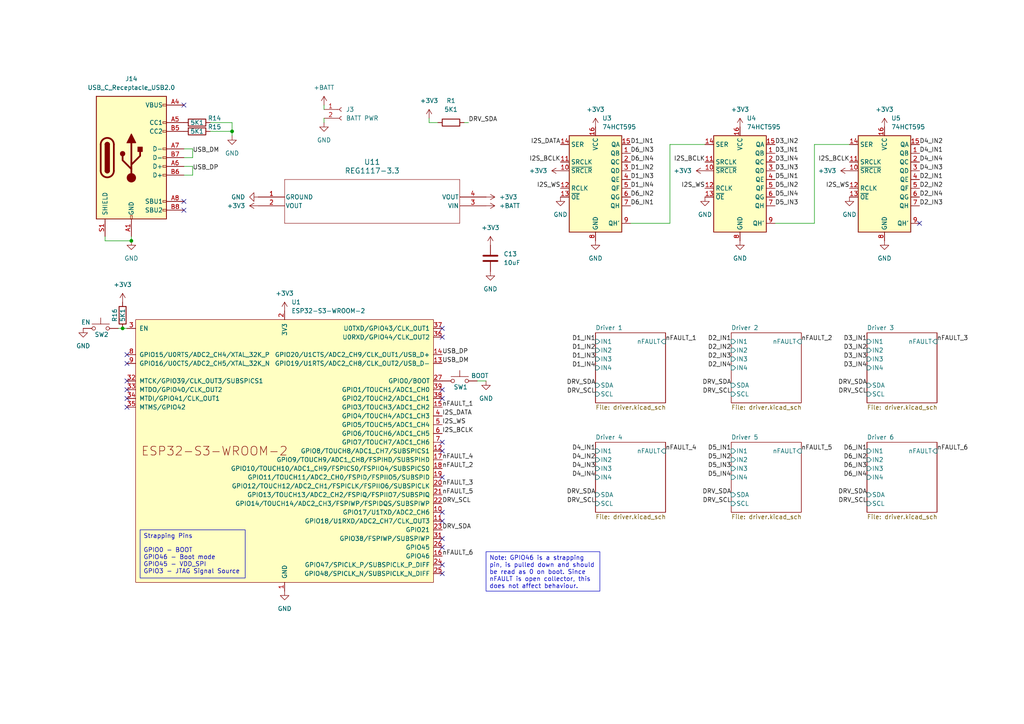
<source format=kicad_sch>
(kicad_sch (version 20231120) (generator "eeschema") (generator_version "7.99")
  (paper "A4")
  (title_block (title "HapticDriver") (rev "v0.1"))
  (lib_symbols
    (symbol "74xx:74HCT595"
      (property "Reference" "U" (at -7.62 13.97 0))
      (property "Value" "74HCT595" (at -7.62 -16.51 0))
      (symbol "74HCT595_1_0"
        (pin tri_state line (at 10.16 7.62 180) (length 2.54) (name "QB") (number "1"))
        (pin input line (at -10.16 2.54 0) (length 2.54) (name "~{SRCLR}") (number "10"))
        (pin input line (at -10.16 5.08 0) (length 2.54) (name "SRCLK") (number "11"))
        (pin input line (at -10.16 -2.54 0) (length 2.54) (name "RCLK") (number "12"))
        (pin input line (at -10.16 -5.08 0) (length 2.54) (name "~{OE}") (number "13"))
        (pin input line (at -10.16 10.16 0) (length 2.54) (name "SER") (number "14"))
        (pin tri_state line (at 10.16 10.16 180) (length 2.54) (name "QA") (number "15"))
        (pin power_in line (at 0 15.24 270) (length 2.54) (name "VCC") (number "16"))
        (pin tri_state line (at 10.16 5.08 180) (length 2.54) (name "QC") (number "2"))
        (pin tri_state line (at 10.16 2.54 180) (length 2.54) (name "QD") (number "3"))
        (pin tri_state line (at 10.16 0 180) (length 2.54) (name "QE") (number "4"))
        (pin tri_state line (at 10.16 -2.54 180) (length 2.54) (name "QF") (number "5"))
        (pin tri_state line (at 10.16 -5.08 180) (length 2.54) (name "QG") (number "6"))
        (pin tri_state line (at 10.16 -7.62 180) (length 2.54) (name "QH") (number "7"))
        (pin power_in line (at 0 -17.78 90) (length 2.54) (name "GND") (number "8"))
        (pin output line (at 10.16 -12.7 180) (length 2.54) (name "QH'") (number "9"))
      )
      (symbol "74HCT595_1_1"
        (rectangle (start -7.62 12.7) (end 7.62 -15.24) (stroke (width 0.254)) (fill (type background)))
      )
    )
    (symbol "Connector:Conn_01x02_Socket" (pin_names (offset 1.016) hide)
      (property "Reference" "J" (at 0 2.54 0))
      (property "Value" "Conn_01x02_Socket" (at 0 -5.08 0))
      (symbol "Conn_01x02_Socket_1_1"
        (arc (start 0 -2.032) (mid -0.5058 -2.54) (end 0 -3.048) (stroke (width 0.1524)))
        (polyline (pts (xy -1.27 -2.54) (xy -0.508 -2.54)) (stroke (width 0.1524)))
        (polyline (pts (xy -1.27 0) (xy -0.508 0)) (stroke (width 0.1524)))
        (arc (start 0 0.508) (mid -0.5058 0) (end 0 -0.508) (stroke (width 0.1524)))
        (pin passive line (at -5.08 0 0) (length 3.81) (name "Pin_1") (number "1"))
        (pin passive line (at -5.08 -2.54 0) (length 3.81) (name "Pin_2") (number "2"))
      )
    )
    (symbol "Connector:USB_C_Receptacle_USB2.0" (pin_names (offset 1.016))
      (property "Reference" "J" (at -10.16 19.05 0))
      (property "Value" "USB_C_Receptacle_USB2.0" (at 19.05 19.05 0))
      (symbol "USB_C_Receptacle_USB2.0_0_0"
        (rectangle (start -0.254 -17.78) (end 0.254 -16.764))
        (rectangle (start 10.16 -14.986) (end 9.144 -15.494))
        (rectangle (start 10.16 -12.446) (end 9.144 -12.954))
        (rectangle (start 10.16 -4.826) (end 9.144 -5.334))
        (rectangle (start 10.16 -2.286) (end 9.144 -2.794))
        (rectangle (start 10.16 0.254) (end 9.144 -0.254))
        (rectangle (start 10.16 2.794) (end 9.144 2.286))
        (rectangle (start 10.16 7.874) (end 9.144 7.366))
        (rectangle (start 10.16 10.414) (end 9.144 9.906))
        (rectangle (start 10.16 15.494) (end 9.144 14.986))
      )
      (symbol "USB_C_Receptacle_USB2.0_0_1"
        (rectangle (start -10.16 17.78) (end 10.16 -17.78) (stroke (width 0.254)) (fill (type background)))
        (arc (start -8.89 -3.81) (mid -6.985 -5.7067) (end -5.08 -3.81) (stroke (width 0.508)))
        (arc (start -7.62 -3.81) (mid -6.985 -4.4423) (end -6.35 -3.81) (stroke (width 0.254)))
        (arc (start -7.62 -3.81) (mid -6.985 -4.4423) (end -6.35 -3.81) (stroke (width 0.254)) (fill (type outline)))
        (rectangle (start -7.62 -3.81) (end -6.35 3.81) (stroke (width 0.254)) (fill (type outline)))
        (arc (start -6.35 3.81) (mid -6.985 4.4423) (end -7.62 3.81) (stroke (width 0.254)))
        (arc (start -6.35 3.81) (mid -6.985 4.4423) (end -7.62 3.81) (stroke (width 0.254)) (fill (type outline)))
        (arc (start -5.08 3.81) (mid -6.985 5.7067) (end -8.89 3.81) (stroke (width 0.508)))
        (circle (center -2.54 1.143) (radius 0.635) (stroke (width 0.254)) (fill (type outline)))
        (circle (center 0 -5.842) (radius 1.27) (fill (type outline)))
        (polyline (pts (xy -8.89 -3.81) (xy -8.89 3.81)) (stroke (width 0.508)))
        (polyline (pts (xy -5.08 3.81) (xy -5.08 -3.81)) (stroke (width 0.508)))
        (polyline (pts (xy 0 -5.842) (xy 0 4.318)) (stroke (width 0.508)))
        (polyline (pts (xy 0 -3.302) (xy -2.54 -0.762) (xy -2.54 0.508)) (stroke (width 0.508)))
        (polyline (pts (xy 0 -2.032) (xy 2.54 0.508) (xy 2.54 1.778)) (stroke (width 0.508)))
        (polyline (pts (xy -1.27 4.318) (xy 0 6.858) (xy 1.27 4.318) (xy -1.27 4.318)) (stroke (width 0.254)) (fill (type outline)))
        (rectangle (start 1.905 1.778) (end 3.175 3.048) (stroke (width 0.254)) (fill (type outline)))
      )
      (symbol "USB_C_Receptacle_USB2.0_1_1"
        (pin passive line (at 0 -22.86 90) (length 5.08) (name "GND") (number "A1"))
        (pin passive line (at 0 -22.86 90) (length 5.08) hide (name "GND") (number "A12"))
        (pin passive line (at 15.24 15.24 180) (length 5.08) (name "VBUS") (number "A4"))
        (pin bidirectional line (at 15.24 10.16 180) (length 5.08) (name "CC1") (number "A5"))
        (pin bidirectional line (at 15.24 -2.54 180) (length 5.08) (name "D+") (number "A6"))
        (pin bidirectional line (at 15.24 2.54 180) (length 5.08) (name "D-") (number "A7"))
        (pin bidirectional line (at 15.24 -12.7 180) (length 5.08) (name "SBU1") (number "A8"))
        (pin passive line (at 15.24 15.24 180) (length 5.08) hide (name "VBUS") (number "A9"))
        (pin passive line (at 0 -22.86 90) (length 5.08) hide (name "GND") (number "B1"))
        (pin passive line (at 0 -22.86 90) (length 5.08) hide (name "GND") (number "B12"))
        (pin passive line (at 15.24 15.24 180) (length 5.08) hide (name "VBUS") (number "B4"))
        (pin bidirectional line (at 15.24 7.62 180) (length 5.08) (name "CC2") (number "B5"))
        (pin bidirectional line (at 15.24 -5.08 180) (length 5.08) (name "D+") (number "B6"))
        (pin bidirectional line (at 15.24 0 180) (length 5.08) (name "D-") (number "B7"))
        (pin bidirectional line (at 15.24 -15.24 180) (length 5.08) (name "SBU2") (number "B8"))
        (pin passive line (at 15.24 15.24 180) (length 5.08) hide (name "VBUS") (number "B9"))
        (pin passive line (at -7.62 -22.86 90) (length 5.08) (name "SHIELD") (number "S1"))
      )
    )
    (symbol "Device:C" (pin_numbers hide) (pin_names (offset 0.254))
      (property "Reference" "C" (at 0.635 2.54 0))
      (property "Value" "C" (at 0.635 -2.54 0))
      (symbol "C_0_1"
        (polyline (pts (xy -2.032 -0.762) (xy 2.032 -0.762)) (stroke (width 0.508)))
        (polyline (pts (xy -2.032 0.762) (xy 2.032 0.762)) (stroke (width 0.508)))
      )
      (symbol "C_1_1"
        (pin passive line (at 0 3.81 270) (length 2.794) (name "~") (number "1"))
        (pin passive line (at 0 -3.81 90) (length 2.794) (name "~") (number "2"))
      )
    )
    (symbol "Device:R" (pin_numbers hide) (pin_names (offset 0))
      (property "Reference" "R" (at 2.032 0 90))
      (property "Value" "R" (at 0 0 90))
      (symbol "R_0_1"
        (rectangle (start -1.016 -2.54) (end 1.016 2.54) (stroke (width 0.254)))
      )
      (symbol "R_1_1"
        (pin passive line (at 0 3.81 270) (length 1.27) (name "~") (number "1"))
        (pin passive line (at 0 -3.81 90) (length 1.27) (name "~") (number "2"))
      )
    )
    (symbol "PCM_Espressif:ESP32-S3-WROOM-2" (pin_names (offset 1.016))
      (property "Reference" "U" (at -43.18 43.18 0))
      (property "Value" "ESP32-S3-WROOM-2" (at -43.18 40.64 0))
      (symbol "ESP32-S3-WROOM-2_0_0"
        (text "ESP32-S3-WROOM-2" (at -20.32 0 0) (effects (font (size 2.54 2.54))))
        (pin power_in line (at 0 -40.64 90) (length 2.54) (name "GND") (number "1"))
        (pin bidirectional line (at 45.72 -17.78 180) (length 2.54) (name "GPIO17/U1TXD/ADC2_CH6") (number "10"))
        (pin bidirectional line (at 45.72 -20.32 180) (length 2.54) (name "GPIO18/U1RXD/ADC2_CH7/CLK_OUT3") (number "11"))
        (pin bidirectional line (at 45.72 0 180) (length 2.54) (name "GPIO8/TOUCH8/ADC1_CH7/SUBSPICS1") (number "12"))
        (pin bidirectional line (at 45.72 25.4 180) (length 2.54) (name "GPIO19/U1RTS/ADC2_CH8/CLK_OUT2/USB_D-") (number "13"))
        (pin bidirectional line (at 45.72 27.94 180) (length 2.54) (name "GPIO20/U1CTS/ADC2_CH9/CLK_OUT1/USB_D+") (number "14"))
        (pin bidirectional line (at 45.72 12.7 180) (length 2.54) (name "GPIO3/TOUCH3/ADC1_CH2") (number "15"))
        (pin bidirectional line (at 45.72 -30.48 180) (length 2.54) (name "GPIO46") (number "16"))
        (pin bidirectional line (at 45.72 -2.54 180) (length 2.54) (name "GPIO9/TOUCH9/ADC1_CH8/FSPIHD/SUBSPIHD") (number "17"))
        (pin bidirectional line (at 45.72 -5.08 180) (length 2.54) (name "GPIO10/TOUCH10/ADC1_CH9/FSPICS0/FSPIIO4/SUBSPICS0") (number "18"))
        (pin bidirectional line (at 45.72 -7.62 180) (length 2.54) (name "GPIO11/TOUCH11/ADC2_CH0/FSPID/FSPIIO5/SUBSPID") (number "19"))
        (pin power_in line (at 0 40.64 270) (length 2.54) (name "3V3") (number "2"))
        (pin bidirectional line (at 45.72 -10.16 180) (length 2.54) (name "GPIO12/TOUCH12/ADC2_CH1/FSPICLK/FSPIIO6/SUBSPICLK") (number "20"))
        (pin bidirectional line (at 45.72 -12.7 180) (length 2.54) (name "GPIO13/TOUCH13/ADC2_CH2/FSPIQ/FSPIIO7/SUBSPIQ") (number "21"))
        (pin bidirectional line (at 45.72 -15.24 180) (length 2.54) (name "GPIO14/TOUCH14/ADC2_CH3/FSPIWP/FSPIDQS/SUBSPIWP") (number "22"))
        (pin bidirectional line (at 45.72 -22.86 180) (length 2.54) (name "GPIO21") (number "23"))
        (pin bidirectional line (at 45.72 -33.02 180) (length 2.54) (name "GPIO47/SPICLK_P/SUBSPICLK_P_DIFF") (number "24"))
        (pin bidirectional line (at 45.72 -35.56 180) (length 2.54) (name "GPIO48/SPICLK_N/SUBSPICLK_N_DIFF") (number "25"))
        (pin bidirectional line (at 45.72 -27.94 180) (length 2.54) (name "GPIO45") (number "26"))
        (pin bidirectional line (at 45.72 20.32 180) (length 2.54) (name "GPIO0/BOOT") (number "27"))
        (pin no_connect line (at -43.18 -35.56 0) (length 2.54) hide (name "NC") (number "28"))
        (pin no_connect line (at -43.18 -33.02 0) (length 2.54) hide (name "NC") (number "29"))
        (pin input line (at -45.72 35.56 0) (length 2.54) (name "EN") (number "3"))
        (pin no_connect line (at -43.18 -30.48 0) (length 2.54) hide (name "NC") (number "30"))
        (pin bidirectional line (at 45.72 -25.4 180) (length 2.54) (name "GPIO38/FSPIWP/SUBSPIWP") (number "31"))
        (pin bidirectional line (at -45.72 20.32 0) (length 2.54) (name "MTCK/GPIO39/CLK_OUT3/SUBSPICS1") (number "32"))
        (pin bidirectional line (at -45.72 17.78 0) (length 2.54) (name "MTDO/GPIO40/CLK_OUT2") (number "33"))
        (pin bidirectional line (at -45.72 15.24 0) (length 2.54) (name "MTDI/GPIO41/CLK_OUT1") (number "34"))
        (pin bidirectional line (at -45.72 12.7 0) (length 2.54) (name "MTMS/GPIO42") (number "35"))
        (pin bidirectional line (at 45.72 33.02 180) (length 2.54) (name "U0RXD/GPIO44/CLK_OUT2") (number "36"))
        (pin bidirectional line (at 45.72 35.56 180) (length 2.54) (name "U0TXD/GPIO43/CLK_OUT1") (number "37"))
        (pin bidirectional line (at 45.72 15.24 180) (length 2.54) (name "GPIO2/TOUCH2/ADC1_CH1") (number "38"))
        (pin bidirectional line (at 45.72 17.78 180) (length 2.54) (name "GPIO1/TOUCH1/ADC1_CH0") (number "39"))
        (pin bidirectional line (at 45.72 10.16 180) (length 2.54) (name "GPIO4/TOUCH4/ADC1_CH3") (number "4"))
        (pin passive line (at 0 -40.64 90) (length 2.54) hide (name "GND") (number "40"))
        (pin passive line (at 0 -40.64 90) (length 2.54) hide (name "GND") (number "41"))
        (pin bidirectional line (at 45.72 7.62 180) (length 2.54) (name "GPIO5/TOUCH5/ADC1_CH4") (number "5"))
        (pin bidirectional line (at 45.72 5.08 180) (length 2.54) (name "GPIO6/TOUCH6/ADC1_CH5") (number "6"))
        (pin bidirectional line (at 45.72 2.54 180) (length 2.54) (name "GPIO7/TOUCH7/ADC1_CH6") (number "7"))
        (pin bidirectional line (at -45.72 27.94 0) (length 2.54) (name "GPIO15/U0RTS/ADC2_CH4/XTAL_32K_P") (number "8"))
        (pin bidirectional line (at -45.72 25.4 0) (length 2.54) (name "GPIO16/U0CTS/ADC2_CH5/XTAL_32K_N") (number "9"))
      )
      (symbol "ESP32-S3-WROOM-2_0_1"
        (rectangle (start -43.18 38.1) (end 43.18 -38.1) (fill (type background)))
      )
    )
    (symbol "Regulator_Ti:REG1117-3.3" (pin_names (offset 0.254))
      (property "Reference" "U" (at 33.02 10.16 0))
      (property "Value" "REG1117-3.3" (at 33.02 7.62 0))
      (symbol "REG1117-3.3_0_1"
        (polyline (pts (xy 7.62 -7.62) (xy 58.42 -7.62)) (stroke (width 0.127)))
        (polyline (pts (xy 7.62 5.08) (xy 7.62 -7.62)) (stroke (width 0.127)))
        (polyline (pts (xy 58.42 -7.62) (xy 58.42 5.08)) (stroke (width 0.127)))
        (polyline (pts (xy 58.42 5.08) (xy 7.62 5.08)) (stroke (width 0.127)))
        (pin power_in line (at 0 0 0) (length 7.62) (name "GROUND") (number "1"))
        (pin output line (at 0 -2.54 0) (length 7.62) (name "VOUT") (number "2"))
        (pin input line (at 66.04 -2.54 180) (length 7.62) (name "VIN") (number "3"))
        (pin output line (at 66.04 0 180) (length 7.62) (name "VOUT") (number "4"))
      )
    )
    (symbol "Switch:SW_Omron_B3FS" (pin_numbers hide) (pin_names (offset 1.016) hide)
      (property "Reference" "SW" (at 1.27 2.54 0))
      (property "Value" "SW_Omron_B3FS" (at 0 -1.524 0))
      (symbol "SW_Omron_B3FS_0_1"
        (circle (center -2.032 0) (radius 0.508))
        (polyline (pts (xy 0 1.27) (xy 0 3.048)))
        (polyline (pts (xy 2.54 1.27) (xy -2.54 1.27)))
        (circle (center 2.032 0) (radius 0.508))
        (pin passive line (at -5.08 0 0) (length 2.54) (name "1") (number "1"))
        (pin passive line (at 5.08 0 180) (length 2.54) (name "2") (number "2"))
      )
    )
    (symbol "power:+3V3" (power) (pin_names (offset 0))
      (property "Value" "+3V3" (at 0 3.556 0))
      (symbol "+3V3_0_1"
        (polyline (pts (xy -0.762 1.27) (xy 0 2.54)))
        (polyline (pts (xy 0 0) (xy 0 2.54)))
        (polyline (pts (xy 0 2.54) (xy 0.762 1.27)))
      )
      (symbol "+3V3_1_1"
        (pin power_in line (at 0 0 90) (length 0) hide (name "+3V3") (number "1"))
      )
    )
    (symbol "power:+BATT" (power) (pin_names (offset 0))
      (property "Value" "+BATT" (at 0 3.556 0))
      (symbol "+BATT_0_1"
        (polyline (pts (xy -0.762 1.27) (xy 0 2.54)))
        (polyline (pts (xy 0 0) (xy 0 2.54)))
        (polyline (pts (xy 0 2.54) (xy 0.762 1.27)))
      )
      (symbol "+BATT_1_1"
        (pin power_in line (at 0 0 90) (length 0) hide (name "+BATT") (number "1"))
      )
    )
    (symbol "power:GND" (power) (pin_names (offset 0))
      (property "Value" "GND" (at 0 -3.81 0))
      (symbol "GND_0_1"
        (polyline (pts (xy 0 0) (xy 0 -1.27) (xy 1.27 -1.27) (xy 0 -2.54) (xy -1.27 -1.27) (xy 0 -1.27)))
      )
      (symbol "GND_1_1"
        (pin power_in line (at 0 0 270) (length 0) hide (name "GND") (number "1"))
      )
    )
  )
  (junction (at 67.31 38.1))
  (junction (at 38.1 69.85))
  (junction (at 35.56 95.25))
  (no_connect (at 128.27 97.79))
  (no_connect (at 128.27 113.03))
  (no_connect (at 128.27 130.81))
  (no_connect (at 128.27 95.25))
  (no_connect (at 128.27 115.57))
  (no_connect (at 53.34 58.42))
  (no_connect (at 36.83 105.41))
  (no_connect (at 128.27 148.59))
  (no_connect (at 128.27 163.83))
  (no_connect (at 36.83 113.03))
  (no_connect (at 53.34 60.96))
  (no_connect (at 128.27 166.37))
  (no_connect (at 128.27 138.43))
  (no_connect (at 53.34 30.48))
  (no_connect (at 36.83 118.11))
  (no_connect (at 128.27 158.75))
  (no_connect (at 36.83 115.57))
  (no_connect (at 128.27 156.21))
  (no_connect (at 36.83 102.87))
  (no_connect (at 128.27 151.13))
  (no_connect (at 128.27 128.27))
  (no_connect (at 36.83 110.49))
  (no_connect (at 266.7 64.77))
  (wire (pts (xy 194.31 64.77) (xy 194.31 41.91)))
  (wire (pts (xy 224.79 64.77) (xy 236.22 64.77)))
  (wire (pts (xy 35.56 95.25) (xy 36.83 95.25)))
  (wire (pts (xy 30.48 69.85) (xy 30.48 68.58)))
  (wire (pts (xy 93.98 34.29) (xy 93.98 35.56)))
  (wire (pts (xy 60.96 38.1) (xy 67.31 38.1)))
  (wire (pts (xy 53.34 48.26) (xy 55.88 48.26)))
  (wire (pts (xy 93.98 30.48) (xy 93.98 31.75)))
  (wire (pts (xy 124.46 35.56) (xy 124.46 34.29)))
  (wire (pts (xy 236.22 41.91) (xy 236.22 64.77)))
  (wire (pts (xy 38.1 69.85) (xy 38.1 68.58)))
  (wire (pts (xy 60.96 35.56) (xy 67.31 35.56)))
  (wire (pts (xy 55.88 48.26) (xy 55.88 50.8)))
  (wire (pts (xy 246.38 41.91) (xy 236.22 41.91)))
  (wire (pts (xy 135.89 35.56) (xy 134.62 35.56)))
  (wire (pts (xy 67.31 35.56) (xy 67.31 38.1)))
  (wire (pts (xy 30.48 69.85) (xy 38.1 69.85)))
  (wire (pts (xy 53.34 50.8) (xy 55.88 50.8)))
  (wire (pts (xy 53.34 45.72) (xy 55.88 45.72)))
  (wire (pts (xy 182.88 64.77) (xy 194.31 64.77)))
  (wire (pts (xy 34.29 95.25) (xy 35.56 95.25)))
  (wire (pts (xy 127 35.56) (xy 124.46 35.56)))
  (wire (pts (xy 140.97 110.49) (xy 138.43 110.49)))
  (wire (pts (xy 67.31 38.1) (xy 67.31 39.37)))
  (wire (pts (xy 55.88 43.18) (xy 55.88 45.72)))
  (wire (pts (xy 53.34 43.18) (xy 55.88 43.18)))
  (wire (pts (xy 194.31 41.91) (xy 204.47 41.91)))
  (text_box "Note: GPIO46 is a strapping pin, is pulled down and should be read as 0 on boot. Since nFAULT is open collector, this does not affect behaviour." (at 140.97 160.02 0) (size 33.02 11.43) (effects (font (size 1.27 1.27)) (justify left top)))
  (text_box "Strapping Pins\n\nGPIO0 - BOOT\nGPIO46 - Boot mode\nGPIO45 - VDD_SPI\nGPIO3 - JTAG Signal Source" (at 40.64 153.67 0) (size 30.48 13.97) (effects (font (size 1.27 1.27)) (justify left top)))
  (label "D3_IN2" (at 224.79 41.91 0))
  (label "D6_IN3" (at 251.46 135.89 180))
  (label "D4_IN3" (at 172.72 135.89 180))
  (label "DRV_SDA" (at 135.89 35.56 0))
  (label "D5_IN1" (at 224.79 52.07 0))
  (label "D2_IN2" (at 212.09 101.6 180))
  (label "DRV_SDA" (at 251.46 111.76 180))
  (label "D6_IN1" (at 182.88 59.69 0))
  (label "DRV_SDA" (at 212.09 111.76 180))
  (label "I2S_DATA" (at 162.56 41.91 180))
  (label "D1_IN2" (at 182.88 49.53 0))
  (label "D6_IN4" (at 182.88 46.99 0))
  (label "DRV_SDA" (at 251.46 143.51 180))
  (label "USB_DM" (at 128.27 105.41 0))
  (label "D3_IN3" (at 251.46 104.14 180))
  (label "I2S_WS" (at 204.47 54.61 180))
  (label "D6_IN2" (at 182.88 57.15 0))
  (label "D5_IN4" (at 224.79 57.15 0))
  (label "D1_IN3" (at 182.88 52.07 0))
  (label "DRV_SDA" (at 172.72 143.51 180))
  (label "D2_IN2" (at 266.7 54.61 0))
  (label "D3_IN1" (at 251.46 99.06 180))
  (label "D3_IN3" (at 224.79 49.53 0))
  (label "D3_IN4" (at 251.46 106.68 180))
  (label "D4_IN1" (at 266.7 44.45 0))
  (label "DRV_SCL" (at 128.27 146.05 0))
  (label "nFAULT_1" (at 128.27 118.11 0))
  (label "DRV_SCL" (at 212.09 146.05 180))
  (label "I2S_WS" (at 246.38 54.61 180))
  (label "USB_DP" (at 128.27 102.87 0))
  (label "D2_IN4" (at 266.7 57.15 0))
  (label "DRV_SCL" (at 251.46 114.3 180))
  (label "DRV_SDA" (at 212.09 143.51 180))
  (label "D2_IN3" (at 266.7 59.69 0))
  (label "I2S_BCLK" (at 162.56 46.99 180))
  (label "D4_IN2" (at 266.7 41.91 0))
  (label "D3_IN2" (at 251.46 101.6 180))
  (label "nFAULT_3" (at 271.78 99.06 0))
  (label "D2_IN1" (at 266.7 52.07 0))
  (label "nFAULT_5" (at 128.27 143.51 0))
  (label "nFAULT_6" (at 271.78 130.81 0))
  (label "nFAULT_2" (at 232.41 99.06 0))
  (label "nFAULT_5" (at 232.41 130.81 0))
  (label "D3_IN4" (at 224.79 46.99 0))
  (label "D2_IN4" (at 212.09 106.68 180))
  (label "D5_IN3" (at 224.79 59.69 0))
  (label "D1_IN1" (at 172.72 99.06 180))
  (label "D5_IN4" (at 212.09 138.43 180))
  (label "nFAULT_4" (at 128.27 133.35 0))
  (label "D4_IN3" (at 266.7 49.53 0))
  (label "D5_IN2" (at 212.09 133.35 180))
  (label "DRV_SDA" (at 172.72 111.76 180))
  (label "D4_IN4" (at 266.7 46.99 0))
  (label "D1_IN3" (at 172.72 104.14 180))
  (label "D4_IN1" (at 172.72 130.81 180))
  (label "D2_IN3" (at 212.09 104.14 180))
  (label "D3_IN1" (at 224.79 44.45 0))
  (label "I2S_WS" (at 128.27 123.19 0))
  (label "DRV_SDA" (at 128.27 153.67 0))
  (label "DRV_SCL" (at 172.72 146.05 180))
  (label "D4_IN2" (at 172.72 133.35 180))
  (label "D6_IN1" (at 251.46 130.81 180))
  (label "D5_IN1" (at 212.09 130.81 180))
  (label "I2S_DATA" (at 128.27 120.65 0))
  (label "I2S_BCLK" (at 246.38 46.99 180))
  (label "nFAULT_6" (at 128.27 161.29 0))
  (label "DRV_SCL" (at 251.46 146.05 180))
  (label "D4_IN4" (at 172.72 138.43 180))
  (label "D5_IN3" (at 212.09 135.89 180))
  (label "D6_IN2" (at 251.46 133.35 180))
  (label "D5_IN2" (at 224.79 54.61 0))
  (label "I2S_BCLK" (at 204.47 46.99 180))
  (label "I2S_BCLK" (at 128.27 125.73 0))
  (label "USB_DP" (at 55.88 49.53 0))
  (label "D1_IN4" (at 182.88 54.61 0))
  (label "D2_IN1" (at 212.09 99.06 180))
  (label "D6_IN3" (at 182.88 44.45 0))
  (label "D1_IN1" (at 182.88 41.91 0))
  (label "DRV_SCL" (at 212.09 114.3 180))
  (label "D1_IN4" (at 172.72 106.68 180))
  (label "nFAULT_1" (at 193.04 99.06 0))
  (label "nFAULT_3" (at 128.27 140.97 0))
  (label "nFAULT_4" (at 193.04 130.81 0))
  (label "D6_IN4" (at 251.46 138.43 180))
  (label "DRV_SCL" (at 172.72 114.3 180))
  (label "nFAULT_2" (at 128.27 135.89 0))
  (label "D1_IN2" (at 172.72 101.6 180))
  (label "USB_DM" (at 55.88 44.45 0))
  (label "I2S_WS" (at 162.56 54.61 180))
  (symbol (lib_id "power:+3V3") (at 246.38 49.53 90) (unit 1)
    (property "Reference" "#PWR064" (effects (hide yes)))
    (property "Value" "+3V3" (at 242.57 49.5299 90) (effects (justify left)))
  )
  (symbol (lib_id "74xx:74HCT595") (at 256.54 52.07 0) (unit 1)
    (property "Reference" "U5" (at 258.4959 34.29 0) (effects (justify left)))
    (property "Value" "74HCT595" (at 258.4959 36.83 0) (effects (justify left)))
    (property "Footprint" "Package_SO:SOIC-16_3.9x9.9mm_P1.27mm" (effects (hide yes)))
    (property "Datasheet" "https://assets.nexperia.com/documents/data-sheet/74HC_HCT595.pdf" (effects (hide yes)))
  )
  (symbol (lib_id "power:+3V3") (at 74.93 59.69 90) (unit 1)
    (property "Reference" "#PWR045" (effects (hide yes)))
    (property "Value" "+3V3" (at 71.12 59.69 90) (effects (justify left)))
  )
  (symbol (lib_id "power:+3V3") (at 172.72 36.83 0) (unit 1)
    (property "Reference" "#PWR09" (effects (hide yes)))
    (property "Value" "+3V3" (at 172.72 31.75 0))
  )
  (symbol (lib_id "Device:R") (at 35.56 91.44 0) (mirror y) (unit 1)
    (property "Reference" "R16" (at 33.274 91.44 90))
    (property "Value" "5K1" (at 35.56 91.44 90))
    (property "Footprint" "Resistor_SMD:R_1206_3216Metric" (effects (hide yes)))
  )
  (symbol (lib_id "power:GND") (at 214.63 69.85 0) (unit 1)
    (property "Reference" "#PWR014" (effects (hide yes)))
    (property "Value" "GND" (at 214.63 74.93 0))
  )
  (symbol (lib_id "Connector:Conn_01x02_Socket") (at 99.06 31.75 0) (unit 1)
    (property "Reference" "J3" (at 100.33 31.75 0) (effects (justify left)))
    (property "Value" "BATT PWR" (at 100.33 34.29 0) (effects (justify left)))
    (property "Footprint" "Connector_Wire:SolderWire-1.5sqmm_1x02_P6mm_D1.7mm_OD3mm" (effects (hide yes)))
  )
  (symbol (lib_id "74xx:74HCT595") (at 214.63 52.07 0) (unit 1)
    (property "Reference" "U4" (at 216.5859 34.29 0) (effects (justify left)))
    (property "Value" "74HCT595" (at 216.5859 36.83 0) (effects (justify left)))
    (property "Footprint" "Package_SO:SOIC-16_3.9x9.9mm_P1.27mm" (effects (hide yes)))
    (property "Datasheet" "https://assets.nexperia.com/documents/data-sheet/74HC_HCT595.pdf" (effects (hide yes)))
  )
  (symbol (lib_id "power:GND") (at 204.47 57.15 0) (unit 1)
    (property "Reference" "#PWR060" (effects (hide yes)))
    (property "Value" "GND" (at 204.47 62.23 0))
  )
  (symbol (lib_id "power:+3V3") (at 82.55 90.17 0) (unit 1)
    (property "Reference" "#PWR03" (effects (hide yes)))
    (property "Value" "+3V3" (at 82.55 85.09 0))
  )
  (symbol (lib_id "power:GND") (at 246.38 57.15 0) (unit 1)
    (property "Reference" "#PWR061" (effects (hide yes)))
    (property "Value" "GND" (at 246.38 62.23 0))
  )
  (symbol (lib_id "power:GND") (at 140.97 110.49 0) (unit 1)
    (property "Reference" "#PWR050" (effects (hide yes)))
    (property "Value" "GND" (at 140.97 115.57 0))
    (property "Description" "Power symbol creates a global label with name \"GND\" , ground" (effects (hide yes)))
  )
  (symbol (lib_id "power:+BATT") (at 93.98 30.48 0) (unit 1)
    (property "Reference" "#PWR06" (effects (hide yes)))
    (property "Value" "+BATT" (at 93.98 25.4 0))
  )
  (symbol (lib_id "power:GND") (at 82.55 171.45 0) (unit 1)
    (property "Reference" "#PWR012" (effects (hide yes)))
    (property "Value" "GND" (at 82.55 176.53 0))
  )
  (symbol (lib_id "power:+3V3") (at 142.24 71.12 0) (unit 1)
    (property "Reference" "#PWR042" (effects (hide yes)))
    (property "Value" "+3V3" (at 142.24 66.04 0))
  )
  (symbol (lib_id "power:+3V3") (at 214.63 36.83 0) (unit 1)
    (property "Reference" "#PWR010" (effects (hide yes)))
    (property "Value" "+3V3" (at 214.63 31.75 0))
  )
  (symbol (lib_id "Regulator_Ti:REG1117-3.3") (at 74.93 57.15 0) (unit 1)
    (property "Reference" "U11" (at 107.95 46.99 0) (effects (font (size 1.524 1.524))))
    (property "Value" "REG1117-3.3" (at 107.95 49.53 0) (effects (font (size 1.524 1.524))))
    (property "Footprint" "DCY4" (effects (hide yes)))
    (property "Datasheet" "REG1117-3.3" (effects (hide yes)))
  )
  (symbol (lib_id "power:+3V3") (at 256.54 36.83 0) (unit 1)
    (property "Reference" "#PWR011" (effects (hide yes)))
    (property "Value" "+3V3" (at 256.54 31.75 0))
  )
  (symbol (lib_id "power:+3V3") (at 35.56 87.63 0) (unit 1)
    (property "Reference" "#PWR052" (effects (hide yes)))
    (property "Value" "+3V3" (at 35.56 82.55 0))
  )
  (symbol (lib_id "PCM_Espressif:ESP32-S3-WROOM-2") (at 82.55 130.81 0) (unit 1)
    (property "Reference" "U1" (at 84.5059 87.63 0) (effects (justify left)))
    (property "Value" "ESP32-S3-WROOM-2" (at 84.5059 90.17 0) (effects (justify left)))
    (property "Footprint" "PCM_Espressif:ESP32-S3-WROOM-2" (effects (hide yes)))
    (property "Datasheet" "https://www.espressif.com/sites/default/files/documentation/esp32-s3-wroom-2_datasheet_en.pdf" (effects (hide yes)))
  )
  (symbol (lib_id "power:GND") (at 256.54 69.85 0) (unit 1)
    (property "Reference" "#PWR015" (effects (hide yes)))
    (property "Value" "GND" (at 256.54 74.93 0))
  )
  (symbol (lib_id "Switch:SW_Omron_B3FS") (at 133.35 110.49 0) (unit 1)
    (property "Reference" "SW1" (at 133.604 112.268 0))
    (property "Value" "BOOT" (at 139.192 108.966 0))
    (property "Footprint" "Button_Omron:SW_B3U-1000P" (effects (hide yes)))
    (property "Datasheet" "https://omronfs.omron.com/en_US/ecb/products/pdf/en-b3fs.pdf" (effects (hide yes)))
    (property "Description" "Omron B3FS 6x6mm single pole normally-open tactile switch" (effects (hide yes)))
  )
  (symbol (lib_id "Device:C") (at 142.24 74.93 0) (unit 1)
    (property "Reference" "C13" (at 146.05 73.6599 0) (effects (justify left)))
    (property "Value" "10uF" (at 146.05 76.1999 0) (effects (justify left)))
    (property "Footprint" "Capacitor_SMD:C_1206_3216Metric_Pad1.33x1.80mm_HandSolder" (effects (hide yes)))
    (property "Description" "Unpolarized capacitor" (effects (hide yes)))
  )
  (symbol (lib_id "power:GND") (at 67.31 39.37 0) (unit 1)
    (property "Reference" "#PWR048" (effects (hide yes)))
    (property "Value" "GND" (at 67.31 44.45 0))
  )
  (symbol (lib_id "Connector:USB_C_Receptacle_USB2.0") (at 38.1 45.72 0) (unit 1)
    (property "Reference" "J14" (at 38.1 22.86 0))
    (property "Value" "USB_C_Receptacle_USB2.0" (at 38.1 25.4 0))
    (property "Footprint" "Connector_USB:USB_C_Receptacle_GCT_USB4085" (effects (hide yes)))
    (property "Datasheet" "https://www.usb.org/sites/default/files/documents/usb_type-c.zip" (effects (hide yes)))
  )
  (symbol (lib_id "power:GND") (at 24.13 95.25 0) (unit 1)
    (property "Reference" "#PWR051" (effects (hide yes)))
    (property "Value" "GND" (at 24.13 100.33 0))
    (property "Description" "Power symbol creates a global label with name \"GND\" , ground" (effects (hide yes)))
  )
  (symbol (lib_id "power:+3V3") (at 140.97 57.15 270) (unit 1)
    (property "Reference" "#PWR046" (effects (hide yes)))
    (property "Value" "+3V3" (at 144.78 57.15 90) (effects (justify left)))
  )
  (symbol (lib_id "power:GND") (at 172.72 69.85 0) (unit 1)
    (property "Reference" "#PWR013" (effects (hide yes)))
    (property "Value" "GND" (at 172.72 74.93 0))
  )
  (symbol (lib_id "power:GND") (at 162.56 57.15 0) (unit 1)
    (property "Reference" "#PWR059" (effects (hide yes)))
    (property "Value" "GND" (at 162.56 62.23 0))
  )
  (symbol (lib_id "power:+3V3") (at 124.46 34.29 0) (unit 1)
    (property "Reference" "#PWR04" (effects (hide yes)))
    (property "Value" "+3V3" (at 124.46 29.21 0))
  )
  (symbol (lib_id "Switch:SW_Omron_B3FS") (at 29.21 95.25 0) (unit 1)
    (property "Reference" "SW2" (at 29.464 97.028 0))
    (property "Value" "EN" (at 24.892 93.472 0))
    (property "Footprint" "Button_Omron:SW_B3U-1000P" (effects (hide yes)))
    (property "Datasheet" "https://omronfs.omron.com/en_US/ecb/products/pdf/en-b3fs.pdf" (effects (hide yes)))
    (property "Description" "Omron B3FS 6x6mm single pole normally-open tactile switch" (effects (hide yes)))
  )
  (symbol (lib_id "power:GND") (at 38.1 69.85 0) (unit 1)
    (property "Reference" "#PWR043" (effects (hide yes)))
    (property "Value" "GND" (at 38.1 74.93 0))
  )
  (symbol (lib_id "power:GND") (at 93.98 35.56 0) (unit 1)
    (property "Reference" "#PWR05" (effects (hide yes)))
    (property "Value" "GND" (at 93.98 40.64 0))
  )
  (symbol (lib_id "Device:R") (at 57.15 38.1 270) (mirror x) (unit 1)
    (property "Reference" "R15" (at 62.23 36.83 90))
    (property "Value" "5K1" (at 57.15 38.1 90))
    (property "Footprint" "Resistor_SMD:R_1206_3216Metric" (effects (hide yes)))
  )
  (symbol (lib_id "74xx:74HCT595") (at 172.72 52.07 0) (unit 1)
    (property "Reference" "U3" (at 174.6759 34.29 0) (effects (justify left)))
    (property "Value" "74HCT595" (at 174.6759 36.83 0) (effects (justify left)))
    (property "Footprint" "Package_SO:SOIC-16_3.9x9.9mm_P1.27mm" (effects (hide yes)))
    (property "Datasheet" "https://assets.nexperia.com/documents/data-sheet/74HC_HCT595.pdf" (effects (hide yes)))
  )
  (symbol (lib_id "power:+BATT") (at 140.97 59.69 270) (unit 1)
    (property "Reference" "#PWR047" (effects (hide yes)))
    (property "Value" "+BATT" (at 144.78 59.69 90) (effects (justify left)))
  )
  (symbol (lib_id "Device:R") (at 130.81 35.56 270) (mirror x) (unit 1)
    (property "Reference" "R1" (at 130.81 29.21 90))
    (property "Value" "5K1" (at 130.81 31.75 90))
    (property "Footprint" "Resistor_SMD:R_1206_3216Metric" (effects (hide yes)))
  )
  (symbol (lib_id "power:+3V3") (at 204.47 49.53 90) (unit 1)
    (property "Reference" "#PWR062" (effects (hide yes)))
    (property "Value" "+3V3" (at 200.66 49.5299 90) (effects (justify left)))
  )
  (symbol (lib_id "power:GND") (at 74.93 57.15 270) (unit 1)
    (property "Reference" "#PWR044" (effects (hide yes)))
    (property "Value" "GND" (at 71.12 57.15 90) (effects (justify right)))
  )
  (symbol (lib_id "Device:R") (at 57.15 35.56 270) (mirror x) (unit 1)
    (property "Reference" "R14" (at 62.23 34.29 90))
    (property "Value" "5K1" (at 57.15 35.56 90))
    (property "Footprint" "Resistor_SMD:R_1206_3216Metric" (effects (hide yes)))
  )
  (symbol (lib_id "power:GND") (at 142.24 78.74 0) (unit 1)
    (property "Reference" "#PWR049" (effects (hide yes)))
    (property "Value" "GND" (at 142.24 83.82 0))
    (property "Description" "Power symbol creates a global label with name \"GND\" , ground" (effects (hide yes)))
  )
  (symbol (lib_id "power:+3V3") (at 162.56 49.53 90) (unit 1)
    (property "Reference" "#PWR063" (effects (hide yes)))
    (property "Value" "+3V3" (at 158.75 49.5299 90) (effects (justify left)))
  )
  (sheet (at 212.09 128.27) (size 20.32 20.32) (stroke (width 0.1524))
    (property "Sheetname" "Driver 5" (at 212.09 127.5584 0) (effects (justify left bottom)))
    (property "Sheetfile" "driver.kicad_sch" (at 212.09 149.1746 0) (effects (justify left top)))
    (pin "IN1" input (at 212.09 130.81 180))
    (pin "IN2" input (at 212.09 133.35 180))
    (pin "IN3" input (at 212.09 135.89 180))
    (pin "SDA" input (at 212.09 143.51 180))
    (pin "SCL" input (at 212.09 146.05 180))
    (pin "IN4" input (at 212.09 138.43 180))
    (pin "nFAULT" input (at 232.41 130.81 0))
  )
  (sheet (at 251.46 96.52) (size 20.32 20.32) (stroke (width 0.1524))
    (property "Sheetname" "Driver 3" (at 251.46 95.8084 0) (effects (justify left bottom)))
    (property "Sheetfile" "driver.kicad_sch" (at 251.46 117.4246 0) (effects (justify left top)))
    (pin "IN1" input (at 251.46 99.06 180))
    (pin "IN2" input (at 251.46 101.6 180))
    (pin "IN3" input (at 251.46 104.14 180))
    (pin "SDA" input (at 251.46 111.76 180))
    (pin "SCL" input (at 251.46 114.3 180))
    (pin "IN4" input (at 251.46 106.68 180))
    (pin "nFAULT" input (at 271.78 99.06 0))
  )
  (sheet (at 212.09 96.52) (size 20.32 20.32) (stroke (width 0.1524))
    (property "Sheetname" "Driver 2" (at 212.09 95.8084 0) (effects (justify left bottom)))
    (property "Sheetfile" "driver.kicad_sch" (at 212.09 117.4246 0) (effects (justify left top)))
    (pin "IN1" input (at 212.09 99.06 180))
    (pin "IN2" input (at 212.09 101.6 180))
    (pin "IN3" input (at 212.09 104.14 180))
    (pin "SDA" input (at 212.09 111.76 180))
    (pin "SCL" input (at 212.09 114.3 180))
    (pin "IN4" input (at 212.09 106.68 180))
    (pin "nFAULT" input (at 232.41 99.06 0))
  )
  (sheet (at 172.72 128.27) (size 20.32 20.32) (stroke (width 0.1524))
    (property "Sheetname" "Driver 4" (at 172.72 127.5584 0) (effects (justify left bottom)))
    (property "Sheetfile" "driver.kicad_sch" (at 172.72 149.1746 0) (effects (justify left top)))
    (pin "IN1" input (at 172.72 130.81 180))
    (pin "IN2" input (at 172.72 133.35 180))
    (pin "IN3" input (at 172.72 135.89 180))
    (pin "SDA" input (at 172.72 143.51 180))
    (pin "SCL" input (at 172.72 146.05 180))
    (pin "IN4" input (at 172.72 138.43 180))
    (pin "nFAULT" input (at 193.04 130.81 0))
  )
  (sheet (at 172.72 96.52) (size 20.32 20.32) (stroke (width 0.1524))
    (property "Sheetname" "Driver 1" (at 172.72 95.8084 0) (effects (justify left bottom)))
    (property "Sheetfile" "driver.kicad_sch" (at 172.72 117.4246 0) (effects (justify left top)))
    (pin "IN1" input (at 172.72 99.06 180))
    (pin "IN2" input (at 172.72 101.6 180))
    (pin "IN3" input (at 172.72 104.14 180))
    (pin "SDA" input (at 172.72 111.76 180))
    (pin "SCL" input (at 172.72 114.3 180))
    (pin "IN4" input (at 172.72 106.68 180))
    (pin "nFAULT" input (at 193.04 99.06 0))
  )
  (sheet (at 251.46 128.27) (size 20.32 20.32) (stroke (width 0.1524))
    (property "Sheetname" "Driver 6" (at 251.46 127.5584 0) (effects (justify left bottom)))
    (property "Sheetfile" "driver.kicad_sch" (at 251.46 149.1746 0) (effects (justify left top)))
    (pin "IN1" input (at 251.46 130.81 180))
    (pin "IN2" input (at 251.46 133.35 180))
    (pin "IN3" input (at 251.46 135.89 180))
    (pin "SDA" input (at 251.46 143.51 180))
    (pin "SCL" input (at 251.46 146.05 180))
    (pin "IN4" input (at 251.46 138.43 180))
    (pin "nFAULT" input (at 271.78 130.81 0))
  )
)
</source>
